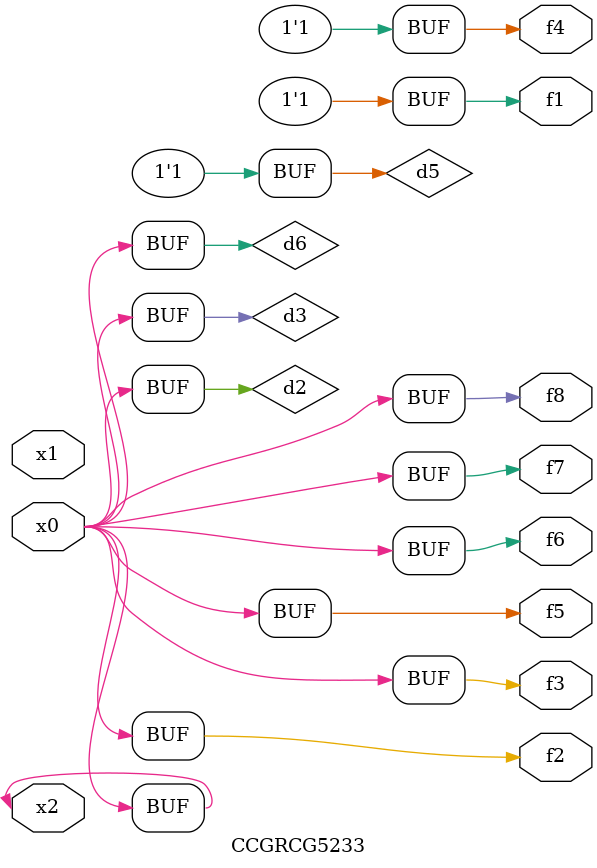
<source format=v>
module CCGRCG5233(
	input x0, x1, x2,
	output f1, f2, f3, f4, f5, f6, f7, f8
);

	wire d1, d2, d3, d4, d5, d6;

	xnor (d1, x2);
	buf (d2, x0, x2);
	and (d3, x0);
	xnor (d4, x1, x2);
	nand (d5, d1, d3);
	buf (d6, d2, d3);
	assign f1 = d5;
	assign f2 = d6;
	assign f3 = d6;
	assign f4 = d5;
	assign f5 = d6;
	assign f6 = d6;
	assign f7 = d6;
	assign f8 = d6;
endmodule

</source>
